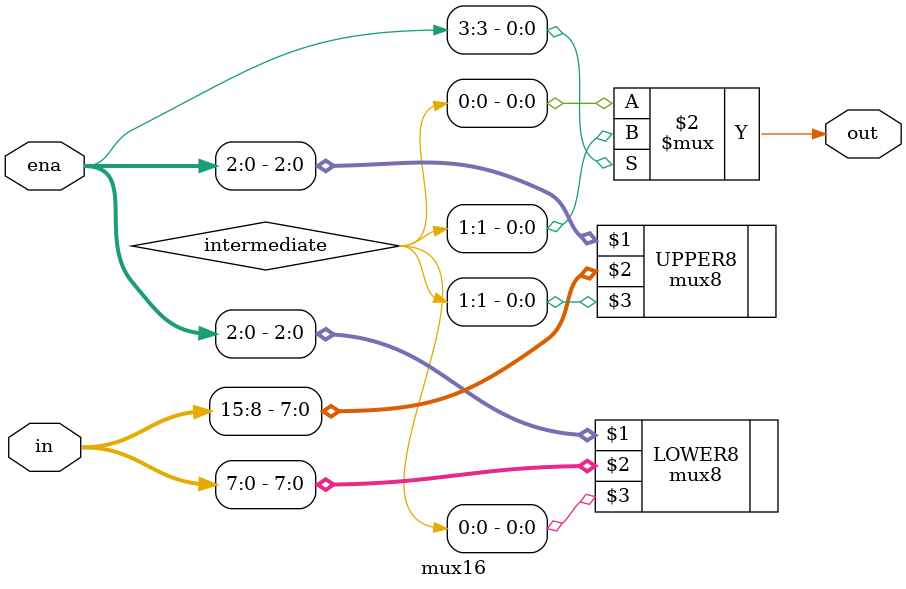
<source format=sv>
`default_nettype none

module mux16(ena, in, out);
  input wire [3:0]ena;
  input wire [15:0]in;

  logic [1:0] intermediate;

  output logic out;

  mux8 UPPER8 (ena[2:0], in[15:8], intermediate[1]);
  mux8 LOWER8 (ena[2:0], in[7:0], intermediate[0]);

  always_comb begin
    out = ena[3] ? intermediate[1]: intermediate[0];
  end 

endmodule
</source>
